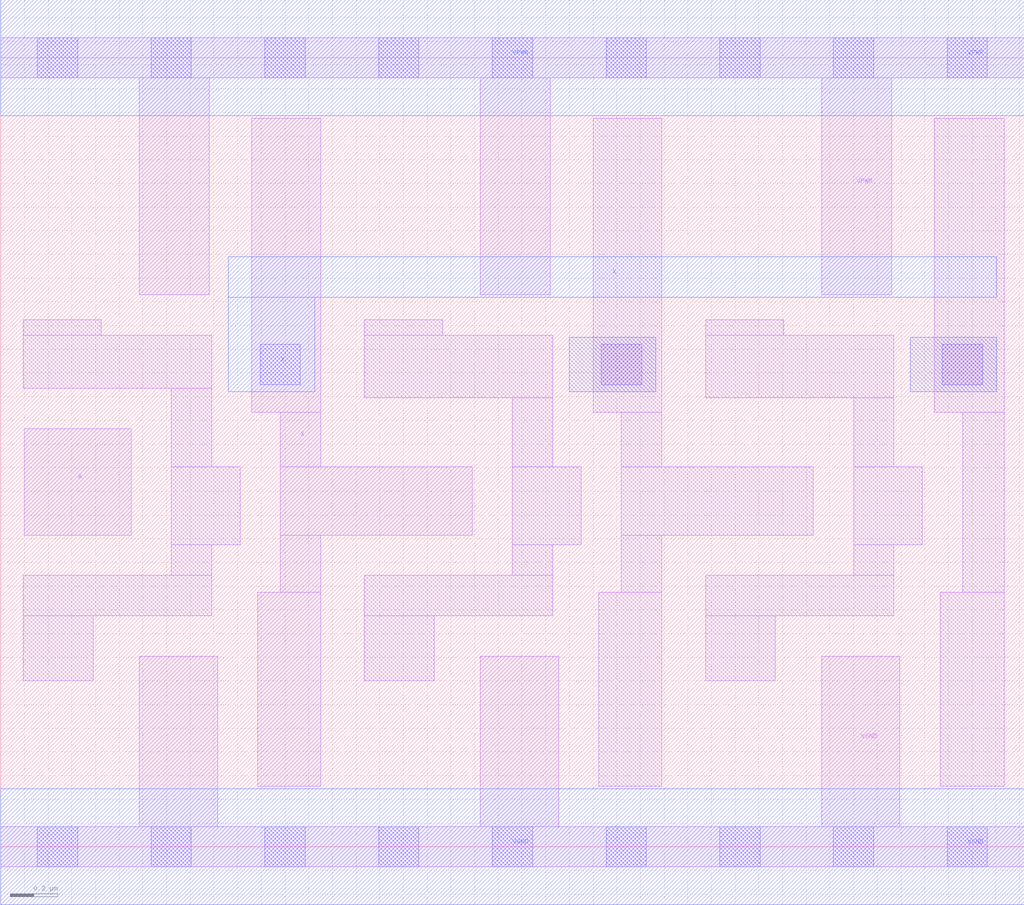
<source format=lef>
# Copyright 2020 The SkyWater PDK Authors
#
# Licensed under the Apache License, Version 2.0 (the "License");
# you may not use this file except in compliance with the License.
# You may obtain a copy of the License at
#
#     https://www.apache.org/licenses/LICENSE-2.0
#
# Unless required by applicable law or agreed to in writing, software
# distributed under the License is distributed on an "AS IS" BASIS,
# WITHOUT WARRANTIES OR CONDITIONS OF ANY KIND, either express or implied.
# See the License for the specific language governing permissions and
# limitations under the License.
#
# SPDX-License-Identifier: Apache-2.0

VERSION 5.7 ;
  NAMESCASESENSITIVE ON ;
  NOWIREEXTENSIONATPIN ON ;
  DIVIDERCHAR "/" ;
  BUSBITCHARS "[]" ;
UNITS
  DATABASE MICRONS 200 ;
END UNITS
MACRO sky130_fd_sc_lp__dlymetal6s2s_1
  CLASS CORE ;
  SOURCE USER ;
  FOREIGN sky130_fd_sc_lp__dlymetal6s2s_1 ;
  ORIGIN  0.000000  0.000000 ;
  SIZE  4.320000 BY  3.330000 ;
  SYMMETRY X Y R90 ;
  SITE unit ;
  PIN A
    ANTENNAGATEAREA  0.126000 ;
    DIRECTION INPUT ;
    USE SIGNAL ;
    PORT
      LAYER li1 ;
        RECT 0.100000 1.315000 0.550000 1.765000 ;
    END
  END A
  PIN X
    ANTENNADIFFAREA  0.556500 ;
    ANTENNAGATEAREA  0.126000 ;
    DIRECTION OUTPUT ;
    USE SIGNAL ;
    PORT
      LAYER li1 ;
        RECT 1.060000 1.835000 1.350000 3.075000 ;
        RECT 1.085000 0.255000 1.350000 1.075000 ;
        RECT 1.180000 1.075000 1.350000 1.315000 ;
        RECT 1.180000 1.315000 1.990000 1.605000 ;
        RECT 1.180000 1.605000 1.350000 1.835000 ;
      LAYER mcon ;
        RECT 1.095000 1.950000 1.265000 2.120000 ;
      LAYER met1 ;
        RECT 0.960000 1.920000 1.325000 2.320000 ;
        RECT 0.960000 2.320000 4.205000 2.490000 ;
    END
  END X
  PIN VGND
    DIRECTION INOUT ;
    USE GROUND ;
    PORT
      LAYER li1 ;
        RECT 0.000000 -0.085000 4.320000 0.085000 ;
        RECT 0.585000  0.085000 0.915000 0.805000 ;
        RECT 2.025000  0.085000 2.355000 0.805000 ;
        RECT 3.465000  0.085000 3.795000 0.805000 ;
      LAYER mcon ;
        RECT 0.155000 -0.085000 0.325000 0.085000 ;
        RECT 0.635000 -0.085000 0.805000 0.085000 ;
        RECT 1.115000 -0.085000 1.285000 0.085000 ;
        RECT 1.595000 -0.085000 1.765000 0.085000 ;
        RECT 2.075000 -0.085000 2.245000 0.085000 ;
        RECT 2.555000 -0.085000 2.725000 0.085000 ;
        RECT 3.035000 -0.085000 3.205000 0.085000 ;
        RECT 3.515000 -0.085000 3.685000 0.085000 ;
        RECT 3.995000 -0.085000 4.165000 0.085000 ;
      LAYER met1 ;
        RECT 0.000000 -0.245000 4.320000 0.245000 ;
    END
  END VGND
  PIN VPWR
    DIRECTION INOUT ;
    USE POWER ;
    PORT
      LAYER li1 ;
        RECT 0.000000 3.245000 4.320000 3.415000 ;
        RECT 0.585000 2.330000 0.880000 3.245000 ;
        RECT 2.025000 2.330000 2.320000 3.245000 ;
        RECT 3.465000 2.330000 3.760000 3.245000 ;
      LAYER mcon ;
        RECT 0.155000 3.245000 0.325000 3.415000 ;
        RECT 0.635000 3.245000 0.805000 3.415000 ;
        RECT 1.115000 3.245000 1.285000 3.415000 ;
        RECT 1.595000 3.245000 1.765000 3.415000 ;
        RECT 2.075000 3.245000 2.245000 3.415000 ;
        RECT 2.555000 3.245000 2.725000 3.415000 ;
        RECT 3.035000 3.245000 3.205000 3.415000 ;
        RECT 3.515000 3.245000 3.685000 3.415000 ;
        RECT 3.995000 3.245000 4.165000 3.415000 ;
      LAYER met1 ;
        RECT 0.000000 3.085000 4.320000 3.575000 ;
    END
  END VPWR
  OBS
    LAYER li1 ;
      RECT 0.095000 0.700000 0.390000 0.975000 ;
      RECT 0.095000 0.975000 0.890000 1.145000 ;
      RECT 0.095000 1.935000 0.890000 2.160000 ;
      RECT 0.095000 2.160000 0.425000 2.225000 ;
      RECT 0.720000 1.145000 0.890000 1.275000 ;
      RECT 0.720000 1.275000 1.010000 1.605000 ;
      RECT 0.720000 1.605000 0.890000 1.935000 ;
      RECT 1.535000 0.700000 1.830000 0.975000 ;
      RECT 1.535000 0.975000 2.330000 1.145000 ;
      RECT 1.535000 1.895000 2.330000 2.160000 ;
      RECT 1.535000 2.160000 1.865000 2.225000 ;
      RECT 2.160000 1.145000 2.330000 1.275000 ;
      RECT 2.160000 1.275000 2.450000 1.605000 ;
      RECT 2.160000 1.605000 2.330000 1.895000 ;
      RECT 2.500000 1.835000 2.790000 3.075000 ;
      RECT 2.525000 0.255000 2.790000 1.075000 ;
      RECT 2.620000 1.075000 2.790000 1.315000 ;
      RECT 2.620000 1.315000 3.430000 1.605000 ;
      RECT 2.620000 1.605000 2.790000 1.835000 ;
      RECT 2.975000 0.700000 3.270000 0.975000 ;
      RECT 2.975000 0.975000 3.770000 1.145000 ;
      RECT 2.975000 1.895000 3.770000 2.160000 ;
      RECT 2.975000 2.160000 3.305000 2.225000 ;
      RECT 3.600000 1.145000 3.770000 1.275000 ;
      RECT 3.600000 1.275000 3.890000 1.605000 ;
      RECT 3.600000 1.605000 3.770000 1.895000 ;
      RECT 3.940000 1.835000 4.235000 3.075000 ;
      RECT 3.965000 0.255000 4.235000 1.075000 ;
      RECT 4.060000 1.075000 4.235000 1.835000 ;
    LAYER mcon ;
      RECT 2.535000 1.950000 2.705000 2.120000 ;
      RECT 3.975000 1.950000 4.145000 2.120000 ;
    LAYER met1 ;
      RECT 2.400000 1.920000 2.765000 2.150000 ;
      RECT 3.840000 1.920000 4.205000 2.150000 ;
  END
END sky130_fd_sc_lp__dlymetal6s2s_1

</source>
